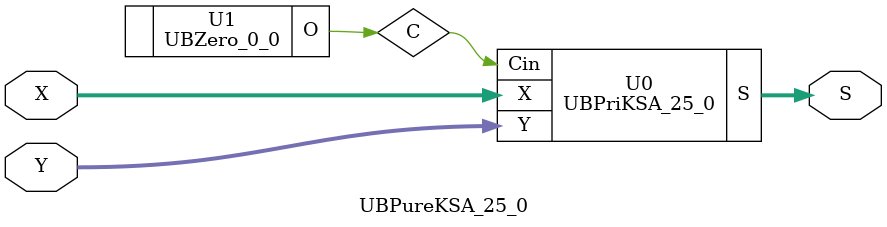
<source format=v>
/*----------------------------------------------------------------------------
  Copyright (c) 2021 Homma laboratory. All rights reserved.

  Top module: UBKSA_25_0_25_0

  Operand-1 length: 26
  Operand-2 length: 26
  Two-operand addition algorithm: Kogge-Stone adder
----------------------------------------------------------------------------*/

module GPGenerator(Go, Po, A, B);
  output Go;
  output Po;
  input A;
  input B;
  assign Go = A & B;
  assign Po = A ^ B;
endmodule

module CarryOperator(Go, Po, Gi1, Pi1, Gi2, Pi2);
  output Go;
  output Po;
  input Gi1;
  input Gi2;
  input Pi1;
  input Pi2;
  assign Go = Gi1 | ( Gi2 & Pi1 );
  assign Po = Pi1 & Pi2;
endmodule

module UBPriKSA_25_0(S, X, Y, Cin);
  output [26:0] S;
  input Cin;
  input [25:0] X;
  input [25:0] Y;
  wire [25:0] G0;
  wire [25:0] G1;
  wire [25:0] G2;
  wire [25:0] G3;
  wire [25:0] G4;
  wire [25:0] G5;
  wire [25:0] P0;
  wire [25:0] P1;
  wire [25:0] P2;
  wire [25:0] P3;
  wire [25:0] P4;
  wire [25:0] P5;
  assign P1[0] = P0[0];
  assign G1[0] = G0[0];
  assign P2[0] = P1[0];
  assign G2[0] = G1[0];
  assign P2[1] = P1[1];
  assign G2[1] = G1[1];
  assign P3[0] = P2[0];
  assign G3[0] = G2[0];
  assign P3[1] = P2[1];
  assign G3[1] = G2[1];
  assign P3[2] = P2[2];
  assign G3[2] = G2[2];
  assign P3[3] = P2[3];
  assign G3[3] = G2[3];
  assign P4[0] = P3[0];
  assign G4[0] = G3[0];
  assign P4[1] = P3[1];
  assign G4[1] = G3[1];
  assign P4[2] = P3[2];
  assign G4[2] = G3[2];
  assign P4[3] = P3[3];
  assign G4[3] = G3[3];
  assign P4[4] = P3[4];
  assign G4[4] = G3[4];
  assign P4[5] = P3[5];
  assign G4[5] = G3[5];
  assign P4[6] = P3[6];
  assign G4[6] = G3[6];
  assign P4[7] = P3[7];
  assign G4[7] = G3[7];
  assign P5[0] = P4[0];
  assign G5[0] = G4[0];
  assign P5[1] = P4[1];
  assign G5[1] = G4[1];
  assign P5[2] = P4[2];
  assign G5[2] = G4[2];
  assign P5[3] = P4[3];
  assign G5[3] = G4[3];
  assign P5[4] = P4[4];
  assign G5[4] = G4[4];
  assign P5[5] = P4[5];
  assign G5[5] = G4[5];
  assign P5[6] = P4[6];
  assign G5[6] = G4[6];
  assign P5[7] = P4[7];
  assign G5[7] = G4[7];
  assign P5[8] = P4[8];
  assign G5[8] = G4[8];
  assign P5[9] = P4[9];
  assign G5[9] = G4[9];
  assign P5[10] = P4[10];
  assign G5[10] = G4[10];
  assign P5[11] = P4[11];
  assign G5[11] = G4[11];
  assign P5[12] = P4[12];
  assign G5[12] = G4[12];
  assign P5[13] = P4[13];
  assign G5[13] = G4[13];
  assign P5[14] = P4[14];
  assign G5[14] = G4[14];
  assign P5[15] = P4[15];
  assign G5[15] = G4[15];
  assign S[0] = Cin ^ P0[0];
  assign S[1] = ( G5[0] | ( P5[0] & Cin ) ) ^ P0[1];
  assign S[2] = ( G5[1] | ( P5[1] & Cin ) ) ^ P0[2];
  assign S[3] = ( G5[2] | ( P5[2] & Cin ) ) ^ P0[3];
  assign S[4] = ( G5[3] | ( P5[3] & Cin ) ) ^ P0[4];
  assign S[5] = ( G5[4] | ( P5[4] & Cin ) ) ^ P0[5];
  assign S[6] = ( G5[5] | ( P5[5] & Cin ) ) ^ P0[6];
  assign S[7] = ( G5[6] | ( P5[6] & Cin ) ) ^ P0[7];
  assign S[8] = ( G5[7] | ( P5[7] & Cin ) ) ^ P0[8];
  assign S[9] = ( G5[8] | ( P5[8] & Cin ) ) ^ P0[9];
  assign S[10] = ( G5[9] | ( P5[9] & Cin ) ) ^ P0[10];
  assign S[11] = ( G5[10] | ( P5[10] & Cin ) ) ^ P0[11];
  assign S[12] = ( G5[11] | ( P5[11] & Cin ) ) ^ P0[12];
  assign S[13] = ( G5[12] | ( P5[12] & Cin ) ) ^ P0[13];
  assign S[14] = ( G5[13] | ( P5[13] & Cin ) ) ^ P0[14];
  assign S[15] = ( G5[14] | ( P5[14] & Cin ) ) ^ P0[15];
  assign S[16] = ( G5[15] | ( P5[15] & Cin ) ) ^ P0[16];
  assign S[17] = ( G5[16] | ( P5[16] & Cin ) ) ^ P0[17];
  assign S[18] = ( G5[17] | ( P5[17] & Cin ) ) ^ P0[18];
  assign S[19] = ( G5[18] | ( P5[18] & Cin ) ) ^ P0[19];
  assign S[20] = ( G5[19] | ( P5[19] & Cin ) ) ^ P0[20];
  assign S[21] = ( G5[20] | ( P5[20] & Cin ) ) ^ P0[21];
  assign S[22] = ( G5[21] | ( P5[21] & Cin ) ) ^ P0[22];
  assign S[23] = ( G5[22] | ( P5[22] & Cin ) ) ^ P0[23];
  assign S[24] = ( G5[23] | ( P5[23] & Cin ) ) ^ P0[24];
  assign S[25] = ( G5[24] | ( P5[24] & Cin ) ) ^ P0[25];
  assign S[26] = G5[25] | ( P5[25] & Cin );
  GPGenerator U0 (G0[0], P0[0], X[0], Y[0]);
  GPGenerator U1 (G0[1], P0[1], X[1], Y[1]);
  GPGenerator U2 (G0[2], P0[2], X[2], Y[2]);
  GPGenerator U3 (G0[3], P0[3], X[3], Y[3]);
  GPGenerator U4 (G0[4], P0[4], X[4], Y[4]);
  GPGenerator U5 (G0[5], P0[5], X[5], Y[5]);
  GPGenerator U6 (G0[6], P0[6], X[6], Y[6]);
  GPGenerator U7 (G0[7], P0[7], X[7], Y[7]);
  GPGenerator U8 (G0[8], P0[8], X[8], Y[8]);
  GPGenerator U9 (G0[9], P0[9], X[9], Y[9]);
  GPGenerator U10 (G0[10], P0[10], X[10], Y[10]);
  GPGenerator U11 (G0[11], P0[11], X[11], Y[11]);
  GPGenerator U12 (G0[12], P0[12], X[12], Y[12]);
  GPGenerator U13 (G0[13], P0[13], X[13], Y[13]);
  GPGenerator U14 (G0[14], P0[14], X[14], Y[14]);
  GPGenerator U15 (G0[15], P0[15], X[15], Y[15]);
  GPGenerator U16 (G0[16], P0[16], X[16], Y[16]);
  GPGenerator U17 (G0[17], P0[17], X[17], Y[17]);
  GPGenerator U18 (G0[18], P0[18], X[18], Y[18]);
  GPGenerator U19 (G0[19], P0[19], X[19], Y[19]);
  GPGenerator U20 (G0[20], P0[20], X[20], Y[20]);
  GPGenerator U21 (G0[21], P0[21], X[21], Y[21]);
  GPGenerator U22 (G0[22], P0[22], X[22], Y[22]);
  GPGenerator U23 (G0[23], P0[23], X[23], Y[23]);
  GPGenerator U24 (G0[24], P0[24], X[24], Y[24]);
  GPGenerator U25 (G0[25], P0[25], X[25], Y[25]);
  CarryOperator U26 (G1[1], P1[1], G0[1], P0[1], G0[0], P0[0]);
  CarryOperator U27 (G1[2], P1[2], G0[2], P0[2], G0[1], P0[1]);
  CarryOperator U28 (G1[3], P1[3], G0[3], P0[3], G0[2], P0[2]);
  CarryOperator U29 (G1[4], P1[4], G0[4], P0[4], G0[3], P0[3]);
  CarryOperator U30 (G1[5], P1[5], G0[5], P0[5], G0[4], P0[4]);
  CarryOperator U31 (G1[6], P1[6], G0[6], P0[6], G0[5], P0[5]);
  CarryOperator U32 (G1[7], P1[7], G0[7], P0[7], G0[6], P0[6]);
  CarryOperator U33 (G1[8], P1[8], G0[8], P0[8], G0[7], P0[7]);
  CarryOperator U34 (G1[9], P1[9], G0[9], P0[9], G0[8], P0[8]);
  CarryOperator U35 (G1[10], P1[10], G0[10], P0[10], G0[9], P0[9]);
  CarryOperator U36 (G1[11], P1[11], G0[11], P0[11], G0[10], P0[10]);
  CarryOperator U37 (G1[12], P1[12], G0[12], P0[12], G0[11], P0[11]);
  CarryOperator U38 (G1[13], P1[13], G0[13], P0[13], G0[12], P0[12]);
  CarryOperator U39 (G1[14], P1[14], G0[14], P0[14], G0[13], P0[13]);
  CarryOperator U40 (G1[15], P1[15], G0[15], P0[15], G0[14], P0[14]);
  CarryOperator U41 (G1[16], P1[16], G0[16], P0[16], G0[15], P0[15]);
  CarryOperator U42 (G1[17], P1[17], G0[17], P0[17], G0[16], P0[16]);
  CarryOperator U43 (G1[18], P1[18], G0[18], P0[18], G0[17], P0[17]);
  CarryOperator U44 (G1[19], P1[19], G0[19], P0[19], G0[18], P0[18]);
  CarryOperator U45 (G1[20], P1[20], G0[20], P0[20], G0[19], P0[19]);
  CarryOperator U46 (G1[21], P1[21], G0[21], P0[21], G0[20], P0[20]);
  CarryOperator U47 (G1[22], P1[22], G0[22], P0[22], G0[21], P0[21]);
  CarryOperator U48 (G1[23], P1[23], G0[23], P0[23], G0[22], P0[22]);
  CarryOperator U49 (G1[24], P1[24], G0[24], P0[24], G0[23], P0[23]);
  CarryOperator U50 (G1[25], P1[25], G0[25], P0[25], G0[24], P0[24]);
  CarryOperator U51 (G2[2], P2[2], G1[2], P1[2], G1[0], P1[0]);
  CarryOperator U52 (G2[3], P2[3], G1[3], P1[3], G1[1], P1[1]);
  CarryOperator U53 (G2[4], P2[4], G1[4], P1[4], G1[2], P1[2]);
  CarryOperator U54 (G2[5], P2[5], G1[5], P1[5], G1[3], P1[3]);
  CarryOperator U55 (G2[6], P2[6], G1[6], P1[6], G1[4], P1[4]);
  CarryOperator U56 (G2[7], P2[7], G1[7], P1[7], G1[5], P1[5]);
  CarryOperator U57 (G2[8], P2[8], G1[8], P1[8], G1[6], P1[6]);
  CarryOperator U58 (G2[9], P2[9], G1[9], P1[9], G1[7], P1[7]);
  CarryOperator U59 (G2[10], P2[10], G1[10], P1[10], G1[8], P1[8]);
  CarryOperator U60 (G2[11], P2[11], G1[11], P1[11], G1[9], P1[9]);
  CarryOperator U61 (G2[12], P2[12], G1[12], P1[12], G1[10], P1[10]);
  CarryOperator U62 (G2[13], P2[13], G1[13], P1[13], G1[11], P1[11]);
  CarryOperator U63 (G2[14], P2[14], G1[14], P1[14], G1[12], P1[12]);
  CarryOperator U64 (G2[15], P2[15], G1[15], P1[15], G1[13], P1[13]);
  CarryOperator U65 (G2[16], P2[16], G1[16], P1[16], G1[14], P1[14]);
  CarryOperator U66 (G2[17], P2[17], G1[17], P1[17], G1[15], P1[15]);
  CarryOperator U67 (G2[18], P2[18], G1[18], P1[18], G1[16], P1[16]);
  CarryOperator U68 (G2[19], P2[19], G1[19], P1[19], G1[17], P1[17]);
  CarryOperator U69 (G2[20], P2[20], G1[20], P1[20], G1[18], P1[18]);
  CarryOperator U70 (G2[21], P2[21], G1[21], P1[21], G1[19], P1[19]);
  CarryOperator U71 (G2[22], P2[22], G1[22], P1[22], G1[20], P1[20]);
  CarryOperator U72 (G2[23], P2[23], G1[23], P1[23], G1[21], P1[21]);
  CarryOperator U73 (G2[24], P2[24], G1[24], P1[24], G1[22], P1[22]);
  CarryOperator U74 (G2[25], P2[25], G1[25], P1[25], G1[23], P1[23]);
  CarryOperator U75 (G3[4], P3[4], G2[4], P2[4], G2[0], P2[0]);
  CarryOperator U76 (G3[5], P3[5], G2[5], P2[5], G2[1], P2[1]);
  CarryOperator U77 (G3[6], P3[6], G2[6], P2[6], G2[2], P2[2]);
  CarryOperator U78 (G3[7], P3[7], G2[7], P2[7], G2[3], P2[3]);
  CarryOperator U79 (G3[8], P3[8], G2[8], P2[8], G2[4], P2[4]);
  CarryOperator U80 (G3[9], P3[9], G2[9], P2[9], G2[5], P2[5]);
  CarryOperator U81 (G3[10], P3[10], G2[10], P2[10], G2[6], P2[6]);
  CarryOperator U82 (G3[11], P3[11], G2[11], P2[11], G2[7], P2[7]);
  CarryOperator U83 (G3[12], P3[12], G2[12], P2[12], G2[8], P2[8]);
  CarryOperator U84 (G3[13], P3[13], G2[13], P2[13], G2[9], P2[9]);
  CarryOperator U85 (G3[14], P3[14], G2[14], P2[14], G2[10], P2[10]);
  CarryOperator U86 (G3[15], P3[15], G2[15], P2[15], G2[11], P2[11]);
  CarryOperator U87 (G3[16], P3[16], G2[16], P2[16], G2[12], P2[12]);
  CarryOperator U88 (G3[17], P3[17], G2[17], P2[17], G2[13], P2[13]);
  CarryOperator U89 (G3[18], P3[18], G2[18], P2[18], G2[14], P2[14]);
  CarryOperator U90 (G3[19], P3[19], G2[19], P2[19], G2[15], P2[15]);
  CarryOperator U91 (G3[20], P3[20], G2[20], P2[20], G2[16], P2[16]);
  CarryOperator U92 (G3[21], P3[21], G2[21], P2[21], G2[17], P2[17]);
  CarryOperator U93 (G3[22], P3[22], G2[22], P2[22], G2[18], P2[18]);
  CarryOperator U94 (G3[23], P3[23], G2[23], P2[23], G2[19], P2[19]);
  CarryOperator U95 (G3[24], P3[24], G2[24], P2[24], G2[20], P2[20]);
  CarryOperator U96 (G3[25], P3[25], G2[25], P2[25], G2[21], P2[21]);
  CarryOperator U97 (G4[8], P4[8], G3[8], P3[8], G3[0], P3[0]);
  CarryOperator U98 (G4[9], P4[9], G3[9], P3[9], G3[1], P3[1]);
  CarryOperator U99 (G4[10], P4[10], G3[10], P3[10], G3[2], P3[2]);
  CarryOperator U100 (G4[11], P4[11], G3[11], P3[11], G3[3], P3[3]);
  CarryOperator U101 (G4[12], P4[12], G3[12], P3[12], G3[4], P3[4]);
  CarryOperator U102 (G4[13], P4[13], G3[13], P3[13], G3[5], P3[5]);
  CarryOperator U103 (G4[14], P4[14], G3[14], P3[14], G3[6], P3[6]);
  CarryOperator U104 (G4[15], P4[15], G3[15], P3[15], G3[7], P3[7]);
  CarryOperator U105 (G4[16], P4[16], G3[16], P3[16], G3[8], P3[8]);
  CarryOperator U106 (G4[17], P4[17], G3[17], P3[17], G3[9], P3[9]);
  CarryOperator U107 (G4[18], P4[18], G3[18], P3[18], G3[10], P3[10]);
  CarryOperator U108 (G4[19], P4[19], G3[19], P3[19], G3[11], P3[11]);
  CarryOperator U109 (G4[20], P4[20], G3[20], P3[20], G3[12], P3[12]);
  CarryOperator U110 (G4[21], P4[21], G3[21], P3[21], G3[13], P3[13]);
  CarryOperator U111 (G4[22], P4[22], G3[22], P3[22], G3[14], P3[14]);
  CarryOperator U112 (G4[23], P4[23], G3[23], P3[23], G3[15], P3[15]);
  CarryOperator U113 (G4[24], P4[24], G3[24], P3[24], G3[16], P3[16]);
  CarryOperator U114 (G4[25], P4[25], G3[25], P3[25], G3[17], P3[17]);
  CarryOperator U115 (G5[16], P5[16], G4[16], P4[16], G4[0], P4[0]);
  CarryOperator U116 (G5[17], P5[17], G4[17], P4[17], G4[1], P4[1]);
  CarryOperator U117 (G5[18], P5[18], G4[18], P4[18], G4[2], P4[2]);
  CarryOperator U118 (G5[19], P5[19], G4[19], P4[19], G4[3], P4[3]);
  CarryOperator U119 (G5[20], P5[20], G4[20], P4[20], G4[4], P4[4]);
  CarryOperator U120 (G5[21], P5[21], G4[21], P4[21], G4[5], P4[5]);
  CarryOperator U121 (G5[22], P5[22], G4[22], P4[22], G4[6], P4[6]);
  CarryOperator U122 (G5[23], P5[23], G4[23], P4[23], G4[7], P4[7]);
  CarryOperator U123 (G5[24], P5[24], G4[24], P4[24], G4[8], P4[8]);
  CarryOperator U124 (G5[25], P5[25], G4[25], P4[25], G4[9], P4[9]);
endmodule

module UBZero_0_0(O);
  output [0:0] O;
  assign O[0] = 0;
endmodule

module UBKSA_25_0_25_0 (S, X, Y);
  output [26:0] S;
  input [25:0] X;
  input [25:0] Y;
  UBPureKSA_25_0 U0 (S[26:0], X[25:0], Y[25:0]);
endmodule

module UBPureKSA_25_0 (S, X, Y);
  output [26:0] S;
  input [25:0] X;
  input [25:0] Y;
  wire C;
  UBPriKSA_25_0 U0 (S, X, Y, C);
  UBZero_0_0 U1 (C);
endmodule


</source>
